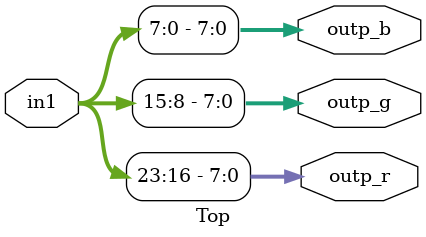
<source format=sv>
module Top (
	input logic [23:0] in1,
	output logic [7:0] outp_r,
	output logic [7:0] outp_g,
	output logic [7:0] outp_b
);

	assign {outp_r, outp_g, outp_b} = in1;
endmodule



</source>
